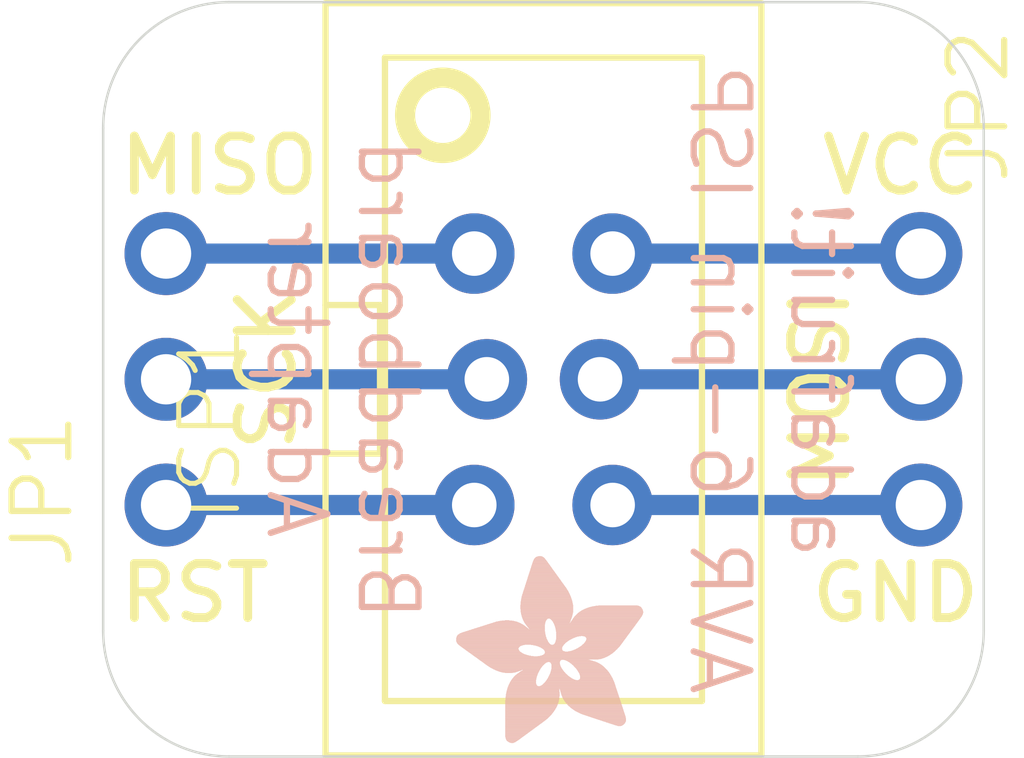
<source format=kicad_pcb>
(kicad_pcb (version 20221018) (generator pcbnew)
  (layers (0 "F.Cu" signal) (31 "B.Cu" signal) (34 "B.Paste" user) (35 "F.Paste" user) (36 "B.SilkS" user "B.Silkscreen") (37 "F.SilkS" user "F.Silkscreen") (38 "B.Mask" user) (39 "F.Mask" user) (44 "Edge.Cuts" user))
  (net 0 "")
  (net 1 "RST")
  (net 2 "SCK")
  (net 3 "MISO")
  (net 4 "VCC")
  (net 5 "MOSI")
  (net 6 "GND")
  (footprint "working:1X03-CLEANBIG" (layer "F.Cu") (at 140.8811 105.0036 90)
    (fp_text reference "JP1" (at -3.8862 -1.8288 90) (layer "F.SilkS") (effects (font (size 1.143 1.143) (thickness 0.127)) (justify left bottom)))
    (fp_text value "")
    (pad "1" thru_hole circle (at -2.54 0 180) (size 1.6764 1.6764) (drill 1.016) (layers "*.Cu" "*.Mask") (net 1 "RST"))
    (pad "2" thru_hole circle (at 0 0 180) (size 1.6764 1.6764) (drill 1.016) (layers "*.Cu" "*.Mask") (net 2 "SCK"))
    (pad "3" thru_hole circle (at 2.54 0 180) (size 1.6764 1.6764) (drill 1.016) (layers "*.Cu" "*.Mask") (net 3 "MISO"))
  )
  (footprint "working:1X03-CLEANBIG" (layer "F.Cu") (at 156.1211 105.0036 -90)
    (fp_text reference "JP2" (at -3.8862 -1.8288 -90) (layer "F.SilkS") (effects (font (size 1.143 1.143) (thickness 0.127)) (justify left bottom)))
    (fp_text value "")
    (pad "1" thru_hole circle (at -2.54 0) (size 1.6764 1.6764) (drill 1.016) (layers "*.Cu" "*.Mask") (net 4 "VCC"))
    (pad "2" thru_hole circle (at 0 0) (size 1.6764 1.6764) (drill 1.016) (layers "*.Cu" "*.Mask") (net 5 "MOSI"))
    (pad "3" thru_hole circle (at 2.54 0) (size 1.6764 1.6764) (drill 1.016) (layers "*.Cu" "*.Mask") (net 6 "GND"))
  )
  (footprint "working:AVRISP-BOX" (layer "F.Cu") (at 148.5011 105.0036)
    (fp_text reference "ISP1" (at -6.048 2.948 90) (layer "F.SilkS") (effects (font (size 1.1684 1.1684) (thickness 0.1016)) (justify left bottom)))
    (fp_text value "AVRISP-BOX" hide)
    (pad "1" thru_hole circle (at -1.397 -2.54) (size 1.6256 1.6256) (drill 0.9) (layers "*.Cu" "*.Mask") (net 3 "MISO"))
    (pad "2" thru_hole circle (at 1.397 -2.54) (size 1.6256 1.6256) (drill 0.9) (layers "*.Cu" "*.Mask") (net 4 "VCC"))
    (pad "3" thru_hole circle (at -1.143 0) (size 1.6256 1.6256) (drill 0.9) (layers "*.Cu" "*.Mask") (net 2 "SCK"))
    (pad "4" thru_hole circle (at 1.143 0) (size 1.6256 1.6256) (drill 0.9) (layers "*.Cu" "*.Mask") (net 5 "MOSI"))
    (pad "5" thru_hole circle (at -1.397 2.54) (size 1.6256 1.6256) (drill 0.9) (layers "*.Cu" "*.Mask") (net 1 "RST"))
    (pad "6" thru_hole circle (at 1.397 2.54) (size 1.6256 1.6256) (drill 0.9) (layers "*.Cu" "*.Mask") (net 6 "GND"))
  )
  (footprint "working:ADAFRUIT_3.5MM" (layer "B.Cu") (at 150.5331 112.3696 180)
    (fp_text reference "U$1" hide)
    (fp_text value "" hide)
  )
  (gr_circle (center 146.4691 99.6696) (end 147.2311 99.6696) (stroke (width 0.4064)) (fill none) (layer "F.SilkS"))
  (gr_line (start 157.3911 110.0836) (end 157.3911 99.9236) (stroke (width 0.05)) (layer "Edge.Cuts"))
  (gr_line (start 142.1511 112.6236) (end 154.8511 112.6236) (stroke (width 0.05)) (layer "Edge.Cuts"))
  (gr_arc (start 157.3911 110.0836) (mid 156.647151 111.879651) (end 154.8511 112.6236) (stroke (width 0.05)) (layer "Edge.Cuts"))
  (gr_line (start 139.6111 99.9236) (end 139.6111 110.0836) (stroke (width 0.05)) (layer "Edge.Cuts"))
  (gr_arc (start 139.6111 99.9236) (mid 140.355049 98.127549) (end 142.1511 97.3836) (stroke (width 0.05)) (layer "Edge.Cuts"))
  (gr_arc (start 154.8511 97.3836) (mid 156.647151 98.127549) (end 157.3911 99.9236) (stroke (width 0.05)) (layer "Edge.Cuts"))
  (gr_line (start 154.8511 97.3836) (end 142.1511 97.3836) (stroke (width 0.05)) (layer "Edge.Cuts"))
  (gr_arc (start 142.1511 112.6236) (mid 140.355049 111.879651) (end 139.6111 110.0836) (stroke (width 0.05)) (layer "Edge.Cuts"))
  (gr_text "adafruit!" (at 154.0891 105.0036 -90) (layer "B.SilkS") (effects (font (size 1.143 1.143) (thickness 0.127)) (justify mirror)))
  (gr_text "AVR 6-pin ISP" (at 152.0571 105.0036 -90) (layer "B.SilkS") (effects (font (size 1.143 1.143) (thickness 0.127)) (justify mirror)))
  (gr_text "Breadboard\nAdapter" (at 144.4371 105.0036 -90) (layer "B.SilkS") (effects (font (size 1.143 1.143) (thickness 0.127)) (justify mirror)))
  (gr_text "MISO" (at 139.8651 100.6856) (layer "F.SilkS") (effects (font (size 1.0922 1.0922) (thickness 0.1778)) (justify left)))
  (gr_text "GND" (at 157.3911 109.3216) (layer "F.SilkS") (effects (font (size 1.0922 1.0922) (thickness 0.1778)) (justify right)))
  (gr_text "MOSI" (at 154.0891 107.2896 90) (layer "F.SilkS") (effects (font (size 1.0922 1.0922) (thickness 0.1778)) (justify left)))
  (gr_text "VCC" (at 157.3911 100.6856) (layer "F.SilkS") (effects (font (size 1.0922 1.0922) (thickness 0.1778)) (justify right)))
  (gr_text "SCK" (at 142.9131 106.5276 90) (layer "F.SilkS") (effects (font (size 1.0922 1.0922) (thickness 0.1778)) (justify left)))
  (gr_text "RST" (at 139.8651 109.3216) (layer "F.SilkS") (effects (font (size 1.0922 1.0922) (thickness 0.1778)) (justify left)))
  (segment (start 140.8811 107.5436) (end 147.1041 107.5436) (width 0.4064) (layer "B.Cu") (net 1))
  (segment (start 140.8811 105.0036) (end 147.3581 105.0036) (width 0.4064) (layer "B.Cu") (net 2))
  (segment (start 140.8811 102.4636) (end 147.1041 102.4636) (width 0.4064) (layer "B.Cu") (net 3))
  (segment (start 149.8981 102.4636) (end 156.1211 102.4636) (width 0.4064) (layer "B.Cu") (net 4))
  (segment (start 149.6441 105.0036) (end 156.1211 105.0036) (width 0.4064) (layer "B.Cu") (net 5))
  (segment (start 156.1211 107.5436) (end 149.8981 107.5436) (width 0.4064) (layer "B.Cu") (net 6))
)
</source>
